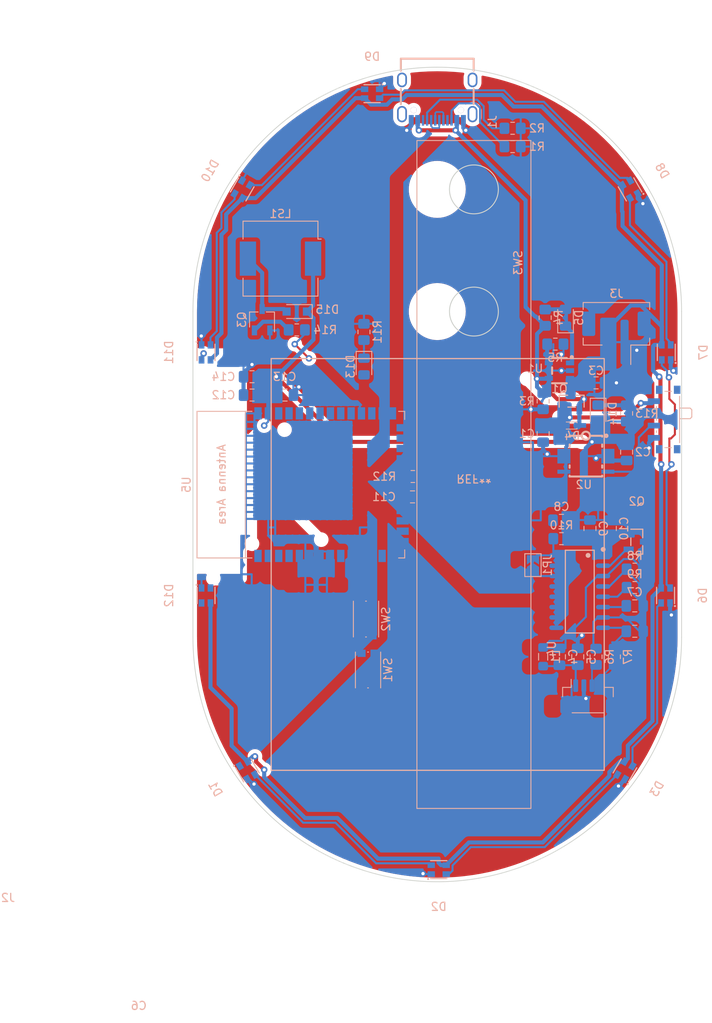
<source format=kicad_pcb>
(kicad_pcb (version 20211014) (generator pcbnew)
  (layers (0 "F.Cu" signal) (31 "B.Cu" signal) (34 "B.Paste" user) (35 "F.Paste" user) (36 "B.SilkS" user "B.Silkscreen") (37 "F.SilkS" user "F.Silkscreen") (38 "B.Mask" user) (39 "F.Mask" user) (44 "Edge.Cuts" user))
  (net 0 "")
  (net 1 "+BATT")
  (net 2 "VBUS")
  (net 3 "Net-(D2-Pad2)")
  (net 4 "Net-(D5-Pad2)")
  (net 5 "GND")
  (net 6 "+3V3")
  (net 7 "VCC")
  (net 8 "Net-(D1-Pad1)")
  (net 9 "Net-(D3-Pad2)")
  (net 10 "Net-(D6-Pad2)")
  (net 11 "Net-(D7-Pad2)")
  (net 12 "Net-(D8-Pad2)")
  (net 13 "Net-(D10-Pad4)")
  (net 16 "D-")
  (net 17 "D+")
  (net 18 "/CC1")
  (net 19 "/CC2")
  (net 20 "Net-(R5-Pad1)")
  (net 21 "/ADD")
  (net 22 "Net-(C6-Pad1)")
  (net 23 "Net-(C6-Pad2)")
  (net 24 "Net-(C7-Pad1)")
  (net 25 "Net-(C7-Pad2)")
  (net 26 "Net-(D5-Pad1)")
  (net 27 "Net-(D10-Pad2)")
  (net 28 "Net-(D11-Pad2)")
  (net 30 "/A-")
  (net 31 "/A+")
  (net 32 "Net-(JP1-Pad2)")
  (net 33 "Net-(L1-Pad2)")
  (net 34 "Net-(Q2-Pad1)")
  (net 35 "Net-(R8-Pad2)")
  (net 38 "SCALE_DATA")
  (net 39 "SCALE_SCK")
  (net 42 "RESET")
  (net 43 "NEOPIXELS")
  (net 44 "Net-(D13-Pad1)")
  (net 45 "BOOT")
  (net 46 "Net-(D14-Pad1)")
  (net 47 "BLUE")
  (net 48 "Net-(D15-Pad2)")
  (net 49 "Net-(Q3-Pad2)")
  (net 50 "BUZZER")
  (net 51 "LDO_EN")
  (footprint "easyeda2kicad:LED-SMD_4P-L2.0-W2.0-TL_WS2812B-2020" (layer "B.Cu") (at 141.605 109.855 -90)
    (fp_text reference "D12")
    (fp_text value "WS2812B-2020")
  )
  (footprint "Capacitor_SMD:C_0805_2012Metric_Pad1.18x1.45mm_HandSolder" (layer "B.Cu") (at 194.25 114.25 180)
    (fp_text reference "C6")
    (fp_text value "0.1uF")
  )
  (footprint "Resistor_SMD:R_0805_2012Metric_Pad1.20x1.40mm_HandSolder" (layer "B.Cu") (at 161 77.5 90)
    (fp_text reference "R11")
    (fp_text value "5.1K")
  )
  (footprint "Capacitor_SMD:C_0805_2012Metric_Pad1.18x1.45mm_HandSolder" (layer "B.Cu") (at 166.9625 97.75 180)
    (fp_text reference "C11")
    (fp_text value "1uF")
  )
  (footprint "easyeda2kicad:SOT-23-5_L3.0-W1.7-P0.95-LS2.8-BR" (layer "B.Cu") (at 184.999998 82.25)
    (fp_text reference "U1")
    (fp_text value "TP4065")
  )
  (footprint "Capacitor_SMD:C_0805_2012Metric_Pad1.18x1.45mm_HandSolder" (layer "B.Cu") (at 194.250001 111.129999 180)
    (fp_text reference "C7")
    (fp_text value "0.1uF")
  )
  (footprint "LED_SMD:LED_0805_2012Metric_Pad1.15x1.40mm_HandSolder" (layer "B.Cu") (at 161 81.75 -90)
    (fp_text reference "D13")
    (fp_text value "Blue")
  )
  (footprint "Resistor_SMD:R_0805_2012Metric_Pad1.20x1.40mm_HandSolder" (layer "B.Cu") (at 184.5 79)
    (fp_text reference "R5")
    (fp_text value "2K")
  )
  (footprint "Capacitor_SMD:C_0805_2012Metric_Pad1.18x1.45mm_HandSolder" (layer "B.Cu") (at 193.249999 92.249999 -90)
    (fp_text reference "C2")
    (fp_text value "10uF")
  )
  (footprint "Package_TO_SOT_SMD:TSOT-23" (layer "B.Cu") (at 148.5 76 90)
    (fp_text reference "Q3")
    (fp_text value "S8050")
  )
  (footprint "easyeda2kicad:SOD-523F_L1.2-W0.8-LS1.7-RD" (layer "B.Cu") (at 186.499999 88.999999)
    (fp_text reference "D4")
    (fp_text value "MSK4005")
  )
  (footprint "Button_Switch_SMD:SW_Push_1P1T_NO_CK_KMR2" (layer "B.Cu") (at 161.25 112.75 90)
    (fp_text reference "SW2")
    (fp_text value "SW_Push")
  )
  (footprint "Resistor_SMD:R_0805_2012Metric_Pad1.20x1.40mm_HandSolder" (layer "B.Cu") (at 179.25 52.5)
    (fp_text reference "R2")
    (fp_text value "5.1K")
  )
  (footprint "Capacitor_SMD:C_0805_2012Metric_Pad1.18x1.45mm_HandSolder" (layer "B.Cu") (at 185.250001 100.63 180)
    (fp_text reference "C8")
    (fp_text value "0.1uF")
  )
  (footprint "Resistor_SMD:R_0805_2012Metric_Pad1.20x1.40mm_HandSolder" (layer "B.Cu") (at 189.5 117.379999 90)
    (fp_text reference "R6")
    (fp_text value "100")
  )
  (footprint "Resistor_SMD:R_0805_2012Metric_Pad1.20x1.40mm_HandSolder" (layer "B.Cu") (at 191.75 117.379999 90)
    (fp_text reference "R7")
    (fp_text value "100")
  )
  (footprint "easyeda2kicad:LED-SMD_4P-L2.0-W2.0-TL_WS2812B-2020" (layer "B.Cu") (at 193.04 131.321762 60)
    (fp_text reference "D3")
    (fp_text value "WS2812B-2020")
  )
  (footprint "Capacitor_SMD:C_0805_2012Metric_Pad1.18x1.45mm_HandSolder" (layer "B.Cu") (at 182.999998 90 -90)
    (fp_text reference "C1")
    (fp_text value "10uF")
  )
  (footprint "Button_Switch_SMD:SW_Push_1P1T_NO_CK_KMR2" (layer "B.Cu") (at 161.5 119 90)
    (fp_text reference "SW1")
    (fp_text value "SW_Push")
  )
  (footprint "easyeda2kicad:LED-SMD_4P-L2.0-W2.0-TL_WS2812B-2020" (layer "B.Cu") (at 193.675 60 120)
    (fp_text reference "D8")
    (fp_text value "WS2812B-2020")
  )
  (footprint "Resistor_SMD:R_0805_2012Metric_Pad1.20x1.40mm_HandSolder" (layer "B.Cu") (at 183 86 90)
    (fp_text reference "R3")
    (fp_text value "100k")
  )
  (footprint "Connector_JST:JST_PH_B2B-PH-SM4-TB_1x02-1MP_P2.00mm_Vertical" (layer "B.Cu") (at 192 78.25 180)
    (fp_text reference "J3")
    (fp_text value "Conn_01x02_Female")
  )
  (footprint "easyeda2kicad:HSOP-6_L5.0-W3.9-P1.91-LS6.0-BL" (layer "B.Cu") (at 188.25 92.75 -90)
    (fp_text reference "U2")
    (fp_text value "S-1172B33-E6T1U")
  )
  (footprint "LoadCell:LoadCell" (layer "B.Cu") (at 174.5 95)
    (fp_text reference "REF**")
    (fp_text value "LoadCell")
    (fp_circle (center 0 -35) (end 3 -35) (layer "Edge.Cuts") (width 0.12) (fill none))
    (fp_circle (center 0 -20) (end 3 -20) (layer "Edge.Cuts") (width 0.12) (fill none))
  )
  (footprint "Resistor_SMD:R_0805_2012Metric_Pad1.20x1.40mm_HandSolder" (layer "B.Cu") (at 179.25 54.75)
    (fp_text reference "R1")
    (fp_text value "5.1K")
  )
  (footprint "Resistor_SMD:R_0805_2012Metric_Pad1.20x1.40mm_HandSolder" (layer "B.Cu") (at 167 95.25)
    (fp_text reference "R12")
    (fp_text value "5.1K")
  )
  (footprint "Resistor_SMD:R_0805_2012Metric_Pad1.20x1.40mm_HandSolder" (layer "B.Cu") (at 183.25 75.75 90)
    (fp_text reference "R4")
    (fp_text value "5.1K")
  )
  (footprint "easyeda2kicad:LED-SMD_4P-L2.0-W2.0-TL_WS2812B-2020" (layer "B.Cu") (at 170.18 143.51)
    (fp_text reference "D2")
    (fp_text value "WS2812B-2020")
  )
  (footprint "Capacitor_SMD:C_0805_2012Metric_Pad1.18x1.45mm_HandSolder" (layer "B.Cu") (at 147.25 85.25 180)
    (fp_text reference "C12")
    (fp_text value "10uF")
  )
  (footprint "Jumper:SolderJumper-2_P1.3mm_Open_TrianglePad1.0x1.5mm" (layer "B.Cu") (at 181.750001 106.13 90)
    (fp_text reference "JP1")
    (fp_text value "Default: Open")
  )
  (footprint "LED_SMD:LED_0805_2012Metric_Pad1.15x1.40mm_HandSolder" (layer "B.Cu") (at 189.750001 87.499999 -90)
    (fp_text reference "D14")
    (fp_text value "Red")
  )
  (footprint "easyeda2kicad:SOT-23-3_L2.9-W1.3-P1.90-LS2.4-BR" (layer "B.Cu") (at 186.499998 86 -90)
    (fp_text reference "Q1")
    (fp_text value "AO3415_C181094")
  )
  (footprint "easyeda2kicad:LED-SMD_4P-L2.0-W2.0-TL_WS2812B-2020" (layer "B.Cu") (at 146.05 60 -120)
    (fp_text reference "D10")
    (fp_text value "WS2812B-2020")
  )
  (footprint "Capacitor_SMD:C_0805_2012Metric_Pad1.18x1.45mm_HandSolder" (layer "B.Cu") (at 151.306666 85.25)
    (fp_text reference "C13")
    (fp_text value "10uF")
  )
  (footprint "easyeda2kicad:LED-SMD_4P-L2.0-W2.0-TL_WS2812B-2020" (layer "B.Cu") (at 198.12 80.01 90)
    (fp_text reference "D7")
    (fp_text value "WS2812B-2020")
  )
  (footprint "Resistor_SMD:R_0805_2012Metric_Pad1.20x1.40mm_HandSolder" (layer "B.Cu") (at 194.25 108.88 180)
    (fp_text reference "R9")
    (fp_text value "8.2K")
  )
  (footprint "Capacitor_SMD:C_0805_2012Metric_Pad1.18x1.45mm_HandSolder" (layer "B.Cu") (at 189.499998 83.75)
    (fp_text reference "C3")
    (fp_text value "10uF")
  )
  (footprint "Resistor_SMD:R_0805_2012Metric_Pad1.20x1.40mm_HandSolder" (layer "B.Cu") (at 194.25 106.63 180)
    (fp_text reference "R8")
    (fp_text value "20K")
  )
  (footprint "Capacitor_SMD:C_0805_2012Metric_Pad1.18x1.45mm_HandSolder" (layer "B.Cu") (at 188.750002 101.629999 90)
    (fp_text reference "C9")
    (fp_text value "0.1uF")
  )
  (footprint "Espressif:ESP32-S3-WROOM-1" (layer "B.Cu") (at 156.25 96.25 -90)
    (fp_text reference "U5")
    (fp_text value "ESP32-S3-WROOM-1")
  )
  (footprint "easyeda2kicad:LED-SMD_4P-L2.0-W2.0-TL_WS2812B-2020" (layer "B.Cu") (at 198.035 109.855 90)
    (fp_text reference "D6")
    (fp_text value "WS2812B-2020")
  )
  (footprint "Buzzer_Beeper:Buzzer_CUI_CPT-9019S-SMT" (layer "B.Cu") (at 150.75 68.5 180)
    (fp_text reference "LS1")
    (fp_text value "MLT-8530")
  )
  (footprint "easyeda2kicad:LED-SMD_4P-L2.0-W2.0-TL_WS2812B-2020" (layer "B.Cu") (at 146.685 131.321762 -60)
    (fp_text reference "D1")
    (fp_text value "WS2812B-2020")
  )
  (footprint "easyeda2kicad:SOT-23-3_L2.9-W1.3-P1.90-LS2.4-BR" (layer "B.Cu") (at 194.5 103.25 180)
    (fp_text reference "Q2")
    (fp_text value "MMBT44032T")
  )
  (footprint "Inductor_SMD:L_0805_2012Metric_Pad1.05x1.20mm_HandSolder" (layer "B.Cu") (at 183 117.38 90)
    (fp_text reference "L1")
    (fp_text value "3.3uH")
  )
  (footprint "easyeda2kicad:SOP-16_L10.0-W3.9-P1.27-LS6.0-BL" (layer "B.Cu") (at 187.5 109.38 -90)
    (fp_text reference "U4")
    (fp_text value "HX711")
  )
  (footprint "Resistor_SMD:R_0805_2012Metric_Pad1.20x1.40mm_HandSolder" (layer "B.Cu") (at 193.25 87.5 -90)
    (fp_text reference "R13")
    (fp_text value "5.1K")
  )
  (footprint "easyeda2kicad:LED-SMD_4P-L2.0-W2.0-TL_WS2812B-2020" (layer "B.Cu") (at 162 48.25 180)
    (fp_text reference "D9")
    (fp_text value "WS2812B-2020")
  )
  (footprint "Resistor_SMD:R_0805_2012Metric_Pad1.20x1.40mm_HandSolder" (layer "B.Cu") (at 185.250002 102.88 180)
    (fp_text reference "R10")
    (fp_text value "10K")
  )
  (footprint "Capacitor_SMD:C_0805_2012Metric_Pad1.18x1.45mm_HandSolder" (layer "B.Cu") (at 191.250001 101.63 90)
    (fp_text reference "C10")
    (fp_text value "10uF")
  )
  (footprint "Capacitor_SMD:C_0805_2012Metric_Pad1.18x1.45mm_HandSolder" (layer "B.Cu") (at 147.25 83 180)
    (fp_text reference "C14")
    (fp_text value "1uF")
  )
  (footprint "Capacitor_SMD:C_0805_2012Metric_Pad1.18x1.45mm_HandSolder" (layer "B.Cu") (at 185.000002 117.380001 90)
    (fp_text reference "C4")
    (fp_text value "0.1uF")
  )
  (footprint "Capacitor_SMD:C_0805_2012Metric_Pad1.18x1.45mm_HandSolder" (layer "B.Cu") (at 187.250002 117.379999 90)
    (fp_text reference "C5")
    (fp_text value "10uF")
  )
  (footprint "Button_Switch_SMD:SW_SPDT_PCM12" (layer "B.Cu") (at 198.025 88.25 -90)
    (fp_text reference "SW3")
    (fp_text value "SW_SPDT")
  )
  (footprint "Connector_JST:JST_SH_BM04B-SRSS-TB_1x04-1MP_P1.00mm_Vertical" (layer "B.Cu") (at 188.5 122.25)
    (fp_text reference "J2")
    (fp_text value "Conn_01x04_Male")
  )
  (footprint "Resistor_SMD:R_0805_2012Metric_Pad1.20x1.40mm_HandSolder" (layer "B.Cu") (at 152.75 77.25 180)
    (fp_text reference "R14")
    (fp_text value "2K")
  )
  (footprint "LED_SMD:LED_0805_2012Metric_Pad1.15x1.40mm_HandSolder" (layer "B.Cu") (at 185.75 75.75 90)
    (fp_text reference "D5")
    (fp_text value "Orange")
  )
  (footprint "easyeda2kicad:USB-C_SMD-TYPE-C-31-M-12" (layer "B.Cu") (at 170 49.0425)
    (fp_text reference "J1")
    (fp_text value "USB_C_Receptacle_USB2.0  TYPE-C-31-M-12")
  )
  (footprint "easyeda2kicad:LED-SMD_4P-L2.0-W2.0-TL_WS2812B-2020" (layer "B.Cu") (at 141.605 80.01 -90)
    (fp_text reference "D11")
    (fp_text value "WS2812B-2020")
  )
  (footprint "Diode_SMD:D_SOD-323_HandSoldering" (layer "B.Cu") (at 152.75 75 180)
    (fp_text reference "D15")
    (fp_text value "1N4148")
  )
  (gr_rect (start 149.606 131.318) (end 190.5 80.772) (layer "B.SilkS") (width 0.15) (fill none))
  (gr_line (start 140 75) (end 140 115) (layer "Edge.Cuts") (width 0.1))
  (gr_line (start 200 75) (end 200 115) (layer "Edge.Cuts") (width 0.1))
  (gr_arc (start 200 115) (mid 170 145) (end 140 115) (layer "Edge.Cuts") (width 0.1))
  (gr_arc (start 140 75) (mid 170 45) (end 200 75) (layer "Edge.Cuts") (width 0.1))
  (segment (start 147.75 130.25) (end 147.75 129.75) (width 0.5) (layer "F.Cu") (net 1))
  (segment (start 197.405479 83.155479) (end 197.25 83) (width 0.5) (layer "F.Cu") (net 1))
  (segment (start 147.75 129.75) (end 147.612701 129.612701) (width 0.5) (layer "F.Cu") (net 1))
  (segment (start 148.75 131.25) (end 147.75 130.25) (width 0.5) (layer "F.Cu") (net 1))
  (segment (start 197.5 93.75) (end 197.405479 93.655479) (width 0.5) (layer "F.Cu") (net 1))
  (segment (start 197.405479 93.655479) (end 197.405479 83.155479) (width 0.5) (layer "F.Cu") (net 1))
  (via (at 197.25 83) (size 0.8) (drill 0.4) (layers "F.Cu" "B.Cu") (net 1))
  (via (at 148.75 131.25) (size 0.8) (drill 0.4) (layers "F.Cu" "B.Cu") (net 1))
  (via (at 147.612701 129.612701) (size 0.8) (drill 0.4) (layers "F.Cu" "B.Cu") (net 1))
  (via (at 197.5 93.75) (size 0.8) (drill 0.4) (layers "F.Cu" "B.Cu") (net 1))
  (segment (start 147.612701 129.612701) (end 147.338632 129.612701) (width 0.5) (layer "B.Cu") (net 1))
  (segment (start 179.36379 49.824519) (end 177.953211 48.41394) (width 0.5) (layer "B.Cu") (net 1))
  (segment (start 197.57 79.09) (end 197.57 69.32) (width 0.5) (layer "B.Cu") (net 1))
  (segment (start 144.07452 64.987974) (end 143.5 65.562494) (width 0.5) (layer "B.Cu") (net 1))
  (segment (start 144.75 128.298705) (end 144.75 123.75) (width 0.5) (layer "B.Cu") (net 1))
  (segment (start 192.681057 59.535886) (end 192.738686 59.478257) (width 0.5) (layer "B.Cu") (net 1))
  (segment (start 192.75 62.75) (end 192.681057 62.681057) (width 0.5) (layer "B.Cu") (net 1))
  (segment (start 177.953211 48.41394) (end 166.238522 48.41394) (width 0.5) (layer "B.Cu") (net 1))
  (segment (start 191.126057 131.542596) (end 191.126057 132.00864) (width 0.5) (layer "B.Cu") (net 1))
  (segment (start 170.159511 142.160489) (end 162.722983 142.160489) (width 0.5) (layer "B.Cu") (net 1))
  (segment (start 159.95 48.8) (end 161.08 48.8) (width 0.5) (layer "B.Cu") (net 1))
  (segment (start 148.75 132.159697) (end 148.75 131.25) (width 0.5) (layer "B.Cu") (net 1))
  (segment (start 191.126057 132.00864) (end 182.959217 140.17548) (width 0.5) (layer "B.Cu") (net 1))
  (segment (start 143.5 65.562494) (end 143.5 77.645) (width 0.5) (layer "B.Cu") (net 1))
  (segment (start 192.681057 62.681057) (end 192.681057 59.535886) (width 0.5) (layer "B.Cu") (net 1))
  (segment (start 143.5 77.645) (end 142.954511 78.190489) (width 0.5) (layer "B.Cu") (net 1))
  (segment (start 144.07452 63.063537) (end 144.07452 64.987974) (width 0.5) (layer "B.Cu") (net 1))
  (segment (start 193.76073 74.25) (end 196.25 74.25) (width 0.5) (layer "B.Cu") (net 1))
  (segment (start 191 78.75) (end 191 77.01073) (width 0.5) (layer "B.Cu") (net 1))
  (segment (start 196.5 82.25) (end 196.5 79.25) (width 0.5) (layer "B.Cu") (net 1))
  (segment (start 197.485 93.765) (end 197.5 93.75) (width 0.5) (layer "B.Cu") (net 1))
  (segment (start 197.57 76.82) (end 197.57 79.09) (width 0.5) (layer "B.Cu") (net 1))
  (segment (start 146.701314 130.250019) (end 144.75 128.298705) (width 0.5) (layer "B.Cu") (net 1))
  (segment (start 192.502894 59.478257) (end 182.849157 49.82452) (width 0.5) (layer "B.Cu") (net 1))
  (segment (start 193.401794 128.285712) (end 196.42548 125.262026) (width 0.5) (layer "B.Cu") (net 1))
  (segment (start 165.70343 48.949031) (end 164.469991 48.949031) (width 0.5) (layer "B.Cu") (net 1))
  (segment (start 144.75 123.75) (end 142.155 121.155) (width 0.5) (layer "B.Cu") (net 1))
  (segment (start 195 74.25) (end 197.57 76.82) (width 0.5) (layer "B.Cu") (net 1))
  (segment (start 193.023686 130.250019) (end 193.401794 129.871911) (width 0.5) (layer "B.Cu") (net 1))
  (segment (start 196.42548 125.262026) (end 196.42548 109.99452) (width 0.5) (layer "B.Cu") (net 1))
  (segment (start 147.338632 129.612701) (end 146.701314 130.250019) (width 0.5) (layer "B.Cu") (net 1))
  (segment (start 142.155 121.155) (end 142.155 110.775) (width 0.5) (layer "B.Cu") (net 1))
  (segment (start 193.023686 130.250019) (end 192.418634 130.250019) (width 0.5) (layer "B.Cu") (net 1))
  (segment (start 173.88452 140.17548) (end 171.1 142.96) (width 0.5) (layer "B.Cu") (net 1))
  (segment (start 192.738686 59.478257) (end 192.502894 59.478257) (width 0.5) (layer "B.Cu") (net 1))
  (segment (start 147.678257 61.071743) (end 159.95 48.8) (width 0.5) (layer "B.Cu") (net 1))
  (segment (start 142.954511 78.190489) (end 142.954511 80.130489) (width 0.5) (layer "B.Cu") (net 1))
  (segment (start 196.5 79.25) (end 196.66 79.09) (width 0.5) (layer "B.Cu") (net 1))
  (segment (start 142.954511 80.130489) (end 142.155 80.93) (width 0.5) (layer "B.Cu") (net 1))
  (segment (start 157.737974 137.17548) (end 153.765783 137.17548) (width 0.5) (layer "B.Cu") (net 1))
  (segment (start 146.066314 61.071743) (end 147.678257 61.071743) (width 0.5) (layer "B.Cu") (net 1))
  (segment (start 192.418634 130.250019) (end 191.126057 131.542596) (width 0.5) (layer "B.Cu") (net 1))
  (segment (start 170.159511 142.659511) (end 170.159511 142.160489) (width 0.5) (layer "B.Cu") (net 1))
  (segment (start 163.819511 49.599511) (end 161.879511 49.599511) (width 0.5) (layer "B.Cu") (net 1))
  (segment (start 197.57 69.32) (end 192.75 64.5) (width 0.5) (layer "B.Cu") (net 1))
  (segment (start 182.959217 140.17548) (end 173.88452 140.17548) (width 0.5) (layer "B.Cu") (net 1))
  (segment (start 162.722983 142.160489) (end 157.737974 137.17548) (width 0.5) (layer "B.Cu") (net 1))
  (segment (start 191 77.01073) (end 193.76073 74.25) (width 0.5) (layer "B.Cu") (net 1))
  (segment (start 161.879511 49.599511) (end 161.08 48.8) (width 0.5) (layer "B.Cu") (net 1))
  (segment (start 192.75 64.5) (end 192.75 62.75) (width 0.5) (layer "B.Cu") (net 1))
  (segment (start 170.46 142.96) (end 170.159511 142.659511) (width 0.5) (layer "B.Cu") (net 1))
  (segment (start 182.849157 49.82452) (end 179.36379 49.824519) (width 0.5) (layer "B.Cu") (net 1))
  (segment (start 197.25 83) (end 196.5 82.25) (width 0.5) (layer "B.Cu") (net 1))
  (segment (start 171.1 142.96) (end 170.46 142.96) (width 0.5) (layer "B.Cu") (net 1))
  (segment (start 196.42548 109.99452) (end 197.485 108.935) (width 0.5) (layer "B.Cu") (net 1))
  (segment (start 146.066314 61.071743) (end 144.07452 63.063537) (width 0.5) (layer "B.Cu") (net 1))
  (segment (start 166.238522 48.41394) (end 165.70343 48.949031) (width 0.5) (layer "B.Cu") (net 1))
  (segment (start 193.401794 129.871911) (end 193.401794 128.285712) (width 0.5) (layer "B.Cu") (net 1))
  (segment (start 196.66 79.09) (end 197.57 79.09) (width 0.5) (layer "B.Cu") (net 1))
  (segment (start 164.469991 48.949031) (end 163.819511 49.599511) (width 0.5) (layer "B.Cu") (net 1))
  (segment (start 197.485 108.935) (end 197.485 93.765) (width 0.5) (layer "B.Cu") (net 1))
  (segment (start 153.765783 137.17548) (end 148.75 132.159697) (width 0.5) (layer "B.Cu") (net 1))
  (segment (start 188 85.75) (end 184.75 85.75) (width 0.5) (layer "F.Cu") (net 2))
  (segment (start 184.75 85.75) (end 182.25 83.25) (width 0.5) (layer "F.Cu") (net 2))
  (segment (start 167.75 52.75) (end 172.25 52.75) (width 0.5) (layer "F.Cu") (net 2))
  (via (at 172.25 52.75) (size 0.8) (drill 0.4) (layers "F.Cu" "B.Cu") (net 2))
  (via (at 182.25 83.25) (size 0.8) (drill 0.4) (layers "F.Cu" "B.Cu") (net 2))
  (via (at 188 85.75) (size 0.8) (drill 0.4) (layers "F.Cu" "B.Cu") (net 2))
  (via (at 167.75 52.75) (size 0.8) (drill 0.4) (layers "F.Cu" "B.Cu") (net 2))
  (segment (start 183.25 76.75) (end 182.25 77.75) (width 0.5) (layer "B.Cu") (net 2))
  (segment (start 187.449998 86.300002) (end 188 85.75) (width 0.5) (layer "B.Cu") (net 2))
  (segment (start 180.85048 74.45096) (end 182 75.60048) (width 0.5) (layer "B.Cu") (net 2))
  (segment (start 187.449998 87) (end 187.449998 88.75) (width 0.5) (layer "B.Cu") (net 2))
  (segment (start 187.449998 87) (end 187.449998 86.300002) (width 0.5) (layer "B.Cu") (net 2))
  (segment (start 182.25 83.25) (end 182.25 84.25) (width 0.5) (layer "B.Cu") (net 2))
  (segment (start 182.25 84.25) (end 183 85) (width 0.5) (layer "B.Cu") (net 2))
  (segment (start 183.649998 83.25) (end 183.699998 83.2) (width 0.5) (layer "B.Cu") (net 2))
  (segment (start 180.85048 61.35048) (end 180.85048 74.45096) (width 0.5) (layer "B.Cu") (net 2))
  (segment (start 182.25 83.25) (end 183.649998 83.25) (width 0.5) (layer "B.Cu") (net 2))
  (segment (start 172.4 52.6) (end 172.25 52.75) (width 0.5) (layer "B.Cu") (net 2))
  (segment (start 182.10048 75.60048) (end 183.25 76.75) (width 0.5) (layer "B.Cu") (net 2))
  (segment (start 167.6 52.6) (end 167.6 51.5225) (width 0.5) (layer "B.Cu") (net 2))
  (segment (start 172.4 51.5225) (end 172.4 52.6) (width 0.5) (layer "B.Cu") (net 2))
  (segment (start 187.449998 88.75) (end 187.209999 88.989999) (width 0.5) (layer "B.Cu") (net 2))
  (segment (start 167.75 52.75) (end 167.6 52.6) (width 0.5) (layer "B.Cu") (net 2))
  (segment (start 182.25 77.75) (end 182.25 83.25) (width 0.5) (layer "B.Cu") (net 2))
  (segment (start 172.25 52.75) (end 180.85048 61.35048) (width 0.5) (layer "B.Cu") (net 2))
  (segment (start 174.122494 140.75) (end 171.874511 142.997983) (width 0.25) (layer "B.Cu") (net 3))
  (segment (start 171.874511 142.997983) (end 171.874511 143.634511) (width 0.25) (layer "B.Cu") (net 3))
  (segment (start 183.197191 140.75) (end 174.122494 140.75) (width 0.25) (layer "B.Cu") (net 3))
  (segment (start 171.874511 143.634511) (end 171.449022 144.06) (width 0.25) (layer "B.Cu") (net 3))
  (segment (start 192.103686 131.843505) (end 183.197191 140.75) (width 0.25) (layer "B.Cu") (net 3))
  (segment (start 171.449022 144.06) (end 171.1 144.06) (width 0.25) (layer "B.Cu") (net 3))
  (segment (start 183.275 74.725) (end 183.25 74.75) (width 0.5) (layer "B.Cu") (net 4))
  (segment (start 185.75 74.725) (end 183.275 74.725) (width 0.5) (layer "B.Cu") (net 4))
  (via (at 163.5 47) (size 0.8) (drill 0.4) (layers "F.Cu" "B.Cu") (net 5))
  (via (at 196 91.75) (size 0.8) (drill 0.4) (layers "F.Cu" "B.Cu") (net 5))
  (via (at 189.5 93) (size 0.8) (drill 0.4) (layers "F.Cu" "B.Cu") (net 5))
  (via (at 173.5 52.75) (size 0.8) (drill 0.4) (layers "F.Cu" "B.Cu") (net 5))
  (via (at 195.25 61.75) (size 0.8) (drill 0.4) (layers "F.Cu" "B.Cu") (net 5))
  (via (at 147.25 81.5) (size 0.8) (drill 0.4) (layers "F.Cu" "B.Cu") (net 5))
  (via (at 183.5 92.5) (size 0.8) (drill 0.4) (layers "F.Cu" "B.Cu") (net 5))
  (via (at 187.75 114.75) (size 0.8) (drill 0.4) (layers "F.Cu" "B.Cu") (net 5))
  (via (at 141.0255 78) (size 0.8) (drill 0.4) (layers "F.Cu" "B.Cu") (net 5))
  (via (at 199 82.25) (size 0.8) (drill 0.4) (layers "F.Cu" "B.Cu") (net 5))
  (via (at 192.25 133.25) (size 0.8) (drill 0.4) (layers "F.Cu" "B.Cu") (net 5))
  (via (at 181.5 87) (size 0.8) (drill 0.4) (layers "F.Cu" "B.Cu") (net 5))
  (via (at 198.75 112.25) (size 0.8) (drill 0.4) (layers "F.Cu" "B.Cu") (net 5))
  (via (at 185.25 82.25) (size 0.8) (drill 0.4) (layers "F.Cu" "B.Cu") (net 5))
  (via (at 153 84.25) (size 0.8) (drill 0.4) (layers "F.Cu" "B.Cu") (net 5))
  (via (at 194.5 79.75) (size 0.8) (drill 0.4) (layers "F.Cu" "B.Cu") (net 5))
  (via (at 168.25 144) (size 0.8) (drill 0.4) (layers "F.Cu" "B.Cu") (net 5))
  (via (at 147.499553 133.006125) (size 0.8) (drill 0.4) (layers "F.Cu" "B.Cu") (net 5))
  (via (at 185.25 80.25) (size 0.8) (drill 0.4) (layers "F.Cu" "B.Cu") (net 5))
  (via (at 192 83.75) (size 0.8) (drill 0.4) (layers "F.Cu" "B.Cu") (net 5))
  (via (at 188.25 122.5) (size 0.8) (drill 0.4) (layers "F.Cu" "B.Cu") (net 5))
  (via (at 166.25 52.75) (size 0.8) (drill 0.4) (layers "F.Cu" "B.Cu") (net 5))
  (segment (start 198.67 81.92) (end 199 82.25) (width 0.5) (layer "B.Cu") (net 5))
  (segment (start 146.886933 132.393505) (end 147.499553 133.006125) (width 0.25) (layer "B.Cu") (net 5))
  (segment (start 182.999998 91.999998) (end 183.5 92.5) (width 0.5) (layer "B.Cu") (net 5))
  (segment (start 187.250002 116.342499) (end 187.250002 115.249998) (width 0.5) (layer "B.Cu") (net 5))
  (segment (start 166.8 51.5225) (end 166.8 52.2) (width 0.5) (layer "B.Cu") (net 5))
  (segment (start 198.585 110.775) (end 198.585 112.085) (width 0.5) (layer "B.Cu") (net 5))
  (segment (start 186.299998 82.25) (end 185.25 82.25) (width 0.25) (layer "B.Cu") (net 5))
  (segment (start 188 120.925) (end 188 122.25) (width 0.5) (layer "B.Cu") (net 5))
  (segment (start 193.056314 132.443686) (end 192.25 133.25) (width 0.5) (layer "B.Cu") (net 5))
  (segment (start 162.92 47.7) (end 162.92 47.58) (width 0.5) (layer "B.Cu") (net 5))
  (segment (start 193 78.75) (end 193.5 78.75) (width 0.5) (layer "B.Cu") (net 5))
  (segment (start 193.5 78.75) (end 194.5 79.75) (width 0.5) (layer "B.Cu") (net 5))
  (segment (start 173.2 51.5225) (end 173.2 52.45) (width 0.5) (layer "B.Cu") (net 5))
  (segment (start 185.5 80) (end 185.25 80.25) (width 0.25) (layer "B.Cu") (net 5))
  (segment (start 196 91.095) (end 196 91.75) (width 0.5) (layer "B.Cu") (net 5))
  (segment (start 188 122.25) (end 188.25 122.5) (width 0.5) (layer "B.Cu") (net 5))
  (segment (start 196.595 90.5) (end 196 91.095) (width 0.5) (layer "B.Cu") (net 5))
  (segment (start 185.5 79) (end 185.5 80) (width 0.25) (layer "B.Cu") (net 5))
  (segment (start 166.8 52.2) (end 166.25 52.75) (width 0.5) (layer "B.Cu") (net 5))
  (segment (start 146.2125 83) (end 146.2125 82.5375) (width 0.5) (layer "B.Cu") (net 5))
  (segment (start 141.055 79.09) (end 141.055 78.0295) (width 0.25) (layer "B.Cu") (net 5))
  (segment (start 187.250002 115.249998) (end 187.75 114.75) (width 0.5) (layer "B.Cu") (net 5))
  (segment (start 146.668686 132.393505) (end 146.886933 132.393505) (width 0.25) (layer "B.Cu") (net 5))
  (segment (start 193.249999 93.287499) (end 191.487499 93.287499) (width 0.5) (layer "B.Cu") (net 5))
  (segment (start 189.5 93) (end 189.75 92.75) (width 0.5) (layer "B.Cu") (net 5))
  (segment (start 191.487499 93.287499) (end 190.95 92.75) (width 0.5) (layer "B.Cu") (net 5))
  (segment (start 162.92 47.58) (end 163.5 47) (width 0.5) (layer "B.Cu") (net 5))
  (segment (start 198.585 112.085) (end 198.75 112.25) (width 0.5) (layer "B.Cu") (net 5))
  (segment (start 152.344166 85.25) (end 152.344166 84.905834) (width 0.5) (layer "B.Cu") (net 5))
  (segment (start 173.2 52.45) (end 173.5 52.75) (width 0.5) (layer "B.Cu") (net 5))
  (segment (start 182.999998 91.0375) (end 182.999998 91.999998) (width 0.5) (layer "B.Cu") (net 5))
  (segment (start 190.537498 83.75) (end 192 83.75) (width 0.5) (layer "B.Cu") (net 5))
  (segment (start 198.67 80.93) (end 198.67 81.92) (width 0.5) (layer "B.Cu") (net 5))
  (segment (start 146.2125 85.25) (end 146.2125 83) (width 0.5) (layer "B.Cu") (net 5))
  (segment (start 189.75 92.75) (end 190.95 92.75) (width 0.5) (layer "B.Cu") (net 5))
  (segment (start 168.31 144.06) (end 168.25 144) (width 0.25) (layer "B.Cu") (net 5))
  (segment (start 146.2125 82.5375) (end 147.25 81.5) (width 0.5) (layer "B.Cu") (net 5))
  (segment (start 194.611314 61.111314) (end 195.25 61.75) (width 0.5) (layer "B.Cu") (net 5))
  (segment (start 194.611314 60.521743) (end 194.611314 61.111314) (width 0.5) (layer "B.Cu") (net 5))
  (segment (start 193.056314 132.393505) (end 193.056314 132.443686) (width 0.5) (layer "B.Cu") (net 5))
  (segment (start 141.055 78.0295) (end 141.0255 78) (width 0.25) (layer "B.Cu") (net 5))
  (segment (start 183 87) (end 181.5 87) (width 0.5) (layer "B.Cu") (net 5))
  (segment (start 152.344166 84.905834) (end 153 84.25) (width 0.5) (layer "B.Cu") (net 5))
  (segment (start 169.26 144.06) (end 168.31 144.06) (width 0.25) (layer "B.Cu") (net 5))
  (segment (start 189 91) (end 158.25 91) (width 0.5) (layer "F.Cu") (net 6))
  (segment (start 158.25 91) (end 150.25 83) (width 0.5) (layer "F.Cu") (net 6))
  (via (at 150.25 83) (size 0.8) (drill 0.4) (layers "F.Cu" "B.Cu") (net 6))
  (via (at 148.75 89) (size 0.8) (drill 0.4) (layers "F.Cu" "B.Cu") (net 6))
  (via (at 189 91) (size 0.8) (drill 0.4) (layers "F.Cu" "B.Cu") (net 6))
  (segment (start 154.79952 75.79952) (end 154.79952 78.45048) (width 0.5) (layer "B.Cu") (net 6))
  (segment (start 149.25 87.5) (end 149.25 88.5) (width 0.25) (layer "B.Cu") (net 6))
  (segment (start 189.750001 88.524999) (end 189.750001 90.249999) (width 0.5) (layer "B.Cu") (net 6))
  (segment (start 154.75 74.25) (end 154 75) (width 0.5) (layer "B.Cu") (net 6))
  (segment (start 154.79952 78.45048) (end 150.25 83) (width 0.5) (layer "B.Cu") (net 6))
  (segment (start 189.750001 90.249999) (end 189 91) (width 0.5) (layer "B.Cu") (net 6))
  (segment (start 154 75) (end 154.79952 75.79952) (width 0.5) (layer "B.Cu") (net 6))
  (segment (start 189 91) (end 188.25 91.75) (width 0.5) (layer "B.Cu") (net 6))
  (segment (start 188.25 98.667501) (end 186.287501 100.63) (width 0.5) (layer "B.Cu") (net 6))
  (segment (start 188.25 91.75) (end 188.25 98.667501) (width 0.5) (layer "B.Cu") (net 6))
  (segment (start 149.25 88.5) (end 148.75 89) (width 0.25) (layer "B.Cu") (net 6))
  (segment (start 154.75 68.5) (end 154.75 74.25) (width 0.5) (layer "B.Cu") (net 6))
  (segment (start 195 86.25) (end 193.25 88) (width 0.5) (layer "F.Cu") (net 7))
  (segment (start 193.25 88) (end 186.25 88) (width 0.5) (layer "F.Cu") (net 7))
  (via (at 186.25 88) (size 0.8) (drill 0.4) (layers "F.Cu" "B.Cu") (net 7))
  (via (at 195 86.25) (size 0.8) (drill 0.4) (layers "F.Cu" "B.Cu") (net 7))
  (segment (start 186.25 87.700002) (end 185.549998 87) (width 0.5) (layer "B.Cu") (net 7))
  (segment (start 196.345 86.25) (end 196.595 86) (width 0.5) (layer "B.Cu") (net 7))
  (segment (start 195 86.25) (end 196.345 86.25) (width 0.5) (layer "B.Cu") (net 7))
  (segment (start 186.25 88) (end 186.25 87.700002) (width 0.5) (layer "B.Cu") (net 7))
  (segment (start 157.5 137.75) (end 153.527809 137.75) (width 0.25) (layer "B.Cu") (net 8))
  (segment (start 169.035009 142.735009) (end 162.485009 142.735009) (width 0.25) (layer "B.Cu") (net 8))
  (segment (start 162.485009 142.735009) (end 157.5 137.75) (width 0.25) (layer "B.Cu") (net 8))
  (segment (start 153.527809 137.75) (end 147.621314 131.843505) (width 0.25) (layer "B.Cu") (net 8))
  (segment (start 169.26 142.96) (end 169.035009 142.735009) (width 0.25) (layer "B.Cu") (net 8))
  (segment (start 193.976314 128.523686) (end 193.976314 130.800019) (width 0.25) (layer "B.Cu") (net 9))
  (segment (start 197.485 110.775) (end 197 111.26) (width 0.25) (layer "B.Cu") (net 9))
  (segment (start 197 125.5) (end 193.976314 128.523686) (width 0.25) (layer "B.Cu") (net 9))
  (segment (start 197 111.26) (end 197 125.5) (width 0.25) (layer "B.Cu") (net 9))
  (segment (start 198.75 93.75) (end 198.5 93.5) (width 0.25) (layer "F.Cu") (net 10))
  (segment (start 198.5 83.136061) (end 198.445576 83.081637) (width 0.25) (layer "F.Cu") (net 10))
  (segment (start 198.5 90.574521) (end 198.696529 90.574521) (width 0.25) (layer "F.Cu") (net 10))
  (segment (start 198.696529 90.574521) (end 199.179521 90.091529) (width 0.25) (layer "F.Cu") (net 10))
  (segment (start 198.5 85.72895) (end 198.5 83.136061) (width 0.25) (layer "F.Cu") (net 10))
  (segment (start 199.179521 90.091529) (end 199.179521 86.408471) (width 0.25) (layer "F.Cu") (net 10))
  (segment (start 198.5 93.5) (end 198.5 90.574521) (width 0.25) (layer "F.Cu") (net 10))
  (segment (start 199.179521 86.408471) (end 198.5 85.72895) (width 0.25) (layer "F.Cu") (net 10))
  (via (at 198.75 93.75) (size 0.8) (drill 0.4) (layers "F.Cu" "B.Cu") (net 10))
  (via (at 198.445576 83.081637) (size 0.8) (drill 0.4) (layers "F.Cu" "B.Cu") (net 10))
  (segment (start 198.218753 82.281247) (end 198.013471 82.075965) (width 0.25) (layer "B.Cu") (net 10))
  (segment (start 198.013471 82.075965) (end 198.013471 82.073471) (width 0.25) (layer "B.Cu") (net 10))
  (segment (start 198.159511 108.509511) (end 198.585 108.935) (width 0.25) (layer "B.Cu") (net 10))
  (segment (start 197.57 81.63) (end 198.013471 82.073471) (width 0.25) (layer "B.Cu") (net 10))
  (segment (start 198.159511 94.590489) (end 198.159511 108.509511) (width 0.25) (layer "B.Cu") (net 10))
  (segment (start 198.75 94) (end 198.159511 94.590489) (width 0.25) (layer "B.Cu") (net 10))
  (segment (start 197.57 80.93) (end 197.57 81.63) (width 0.25) (layer "B.Cu") (net 10))
  (segment (start 198.75 93.75) (end 198.75 94) (width 0.25) (layer "B.Cu") (net 10))
  (segment (start 198.445576 83.081637) (end 198.218753 82.854814) (width 0.25) (layer "B.Cu") (net 10))
  (segment (start 198.218753 82.854814) (end 198.218753 82.281247) (width 0.25) (layer "B.Cu") (net 10))
  (segment (start 198.14452 78.315489) (end 198.67 78.840969) (width 0.25) (layer "B.Cu") (net 11))
  (segment (start 193.658686 61.071743) (end 193.658686 64.408686) (width 0.25) (layer "B.Cu") (net 11))
  (segment (start 198.14452 68.89452) (end 198.14452 78.315489) (width 0.25) (layer "B.Cu") (net 11))
  (segment (start 198.67 78.840969) (end 198.67 79.09) (width 0.25) (layer "B.Cu") (net 11))
  (segment (start 193.658686 64.408686) (end 198.14452 68.89452) (width 0.25) (layer "B.Cu") (net 11))
  (segment (start 183.087132 49.250001) (end 192.426157 58.589026) (width 0.25) (layer "B.Cu") (net 12))
  (segment (start 166.000549 47.83942) (end 166.476497 47.839421) (width 0.25) (layer "B.Cu") (net 12))
  (segment (start 178.191186 47.839421) (end 179.601764 49.249999) (width 0.25) (layer "B.Cu") (net 12))
  (segment (start 193.352083 58.589026) (end 193.691314 58.928257) (width 0.25) (layer "B.Cu") (net 12))
  (segment (start 166.476497 47.839421) (end 178.191186 47.839421) (width 0.25) (layer "B.Cu") (net 12))
  (segment (start 179.601764 49.249999) (end 183.087132 49.250001) (width 0.25) (layer "B.Cu") (net 12))
  (segment (start 162.92 48.8) (end 163.345489 48.374511) (width 0.25) (layer "B.Cu") (net 12))
  (segment (start 192.426157 58.589026) (end 193.352083 58.589026) (width 0.25) (layer "B.Cu") (net 12))
  (segment (start 165.465457 48.374511) (end 166.000549 47.83942) (width 0.25) (layer "B.Cu") (net 12))
  (segment (start 163.345489 48.374511) (end 165.465457 48.374511) (width 0.25) (layer "B.Cu") (net 12))
  (segment (start 146.986314 59.478257) (end 148.459249 59.478257) (width 0.25) (layer "B.Cu") (net 13))
  (segment (start 148.459249 59.478257) (end 160.237506 47.7) (width 0.25) (layer "B.Cu") (net 13))
  (segment (start 160.237506 47.7) (end 161.08 47.7) (width 0.25) (layer "B.Cu") (net 13))
  (segment (start 169.472011 52.472011) (end 169.25 52.25) (width 0.2) (layer "B.Cu") (net 16))
  (segment (start 170.199511 52.472011) (end 169.472011 52.472011) (width 0.2) (layer "B.Cu") (net 16))
  (segment (start 170.25 51.5225) (end 170.25 52.421522) (width 0.2) (layer "B.Cu") (net 16))
  (segment (start 170.25 52.421522) (end 170.199511 52.472011) (width 0.2) (layer "B.Cu") (net 16))
  (segment (start 169.25 52.25) (end 169.25 51.5225) (width 0.2) (layer "B.Cu") (net 16))
  (segment (start 169.75 51.5225) (end 169.75 50.623478) (width 0.2) (layer "B.Cu") (net 17))
  (segment (start 169.873478 50.5) (end 170.626522 50.5) (width 0.2) (layer "B.Cu") (net 17))
  (segment (start 169.75 50.623478) (end 169.873478 50.5) (width 0.2) (layer "B.Cu") (net 17))
  (segment (start 170.75 50.623478) (end 170.75 51.5225) (width 0.2) (layer "B.Cu") (net 17))
  (segment (start 170.626522 50.5) (end 170.75 50.623478) (width 0.2) (layer "B.Cu") (net 17))
  (segment (start 170.335018 48.98846) (end 174.899146 48.98846) (width 0.25) (layer "B.Cu") (net 18))
  (segment (start 175.70404 49.793355) (end 175.70404 51.45404) (width 0.25) (layer "B.Cu") (net 18))
  (segment (start 176.75 52.5) (end 178.25 52.5) (width 0.25) (layer "B.Cu") (net 18))
  (segment (start 168.75 51.5225) (end 168.75 50.573478) (width 0.25) (layer "B.Cu") (net 18))
  (segment (start 168.75 50.573478) (end 170.335018 48.98846) (width 0.25) (layer "B.Cu") (net 18))
  (segment (start 174.899146 48.98846) (end 175.70404 49.793355) (width 0.25) (layer "B.Cu") (net 18))
  (segment (start 175.70404 51.45404) (end 176.75 52.5) (width 0.25) (layer "B.Cu") (net 18))
  (segment (start 171.75 51.5225) (end 171.75 50.324232) (width 0.25) (layer "B.Cu") (net 19))
  (segment (start 174.712948 49.43798) (end 175.25452 49.979552) (width 0.25) (layer "B.Cu") (net 19))
  (segment (start 175.25452 49.979552) (end 175.25452 51.75452) (width 0.25) (layer "B.Cu") (net 19))
  (segment (start 175.25452 51.75452) (end 178.25 54.75) (width 0.25) (layer "B.Cu") (net 19))
  (segment (start 172.636252 49.43798) (end 174.712948 49.43798) (width 0.25) (layer "B.Cu") (net 19))
  (segment (start 178.25 54.112493) (end 178.25 54.75) (width 0.25) (layer "B.Cu") (net 19))
  (segment (start 171.75 50.324232) (end 172.636252 49.43798) (width 0.25) (layer "B.Cu") (net 19))
  (segment (start 183.5 79) (end 183.5 81.100002) (width 0.5) (layer "B.Cu") (net 20))
  (segment (start 183.5 81.100002) (end 183.699998 81.3) (width 0.5) (layer "B.Cu") (net 20))
  (segment (start 187 118.667501) (end 187 120.925) (width 0.25) (layer "B.Cu") (net 21))
  (segment (start 184.887501 118.53) (end 185.000001 118.4175) (width 0.25) (layer "B.Cu") (net 21))
  (segment (start 187.250001 118.4175) (end 185.000001 118.4175) (width 0.25) (layer "B.Cu") (net 21))
  (segment (start 187.250002 118.417499) (end 187 118.667501) (width 0.25) (layer "B.Cu") (net 21))
  (segment (start 183.000001 118.53) (end 184.887501 118.53) (width 0.25) (layer "B.Cu") (net 21))
  (segment (start 189.7 112.55) (end 190.37 112.55) (width 0.25) (layer "B.Cu") (net 22))
  (segment (start 193.137493 112.55) (end 190.37 112.55) (width 0.25) (layer "B.Cu") (net 22))
  (segment (start 189.17048 113.07952) (end 189.7 112.55) (width 0.25) (layer "B.Cu") (net 22))
  (segment (start 195.2875 114.25) (end 194.837493 114.25) (width 0.25) (layer "B.Cu") (net 22))
  (segment (start 194.837493 114.25) (end 193.137493 112.55) (width 0.25) (layer "B.Cu") (net 22))
  (segment (start 189.17048 116.050479) (end 189.17048 113.07952) (width 0.25) (layer "B.Cu") (net 22))
  (segment (start 189.5 116.379999) (end 189.17048 116.050479) (width 0.25) (layer "B.Cu") (net 22))
  (segment (start 191.75 115.7125) (end 191.75 116.379999) (width 0.25) (layer "B.Cu") (net 23))
  (segment (start 193.2125 114.25) (end 192.7825 113.82) (width 0.25) (layer "B.Cu") (net 23))
  (segment (start 193.2125 114.25) (end 191.75 115.7125) (width 0.25) (layer "B.Cu") (net 23))
  (segment (start 192.7825 113.82) (end 190.37 113.82) (width 0.25) (layer "B.Cu") (net 23))
  (segment (start 193.25 108.879999) (end 192.120001 110.01) (width 0.25) (layer "B.Cu") (net 24))
  (segment (start 195.287502 110.917499) (end 193.25 108.879999) (width 0.25) (layer "B.Cu") (net 24))
  (segment (start 192.120001 110.01) (end 190.37 110.01) (width 0.25) (layer "B.Cu") (net 24))
  (segment (start 195.287501 111.13) (end 195.287502 110.917499) (width 0.25) (layer "B.Cu") (net 24))
  (segment (start 193.2125 111.129999) (end 193.062501 111.28) (width 0.25) (layer "B.Cu") (net 25))
  (segment (start 193.062501 111.28) (end 190.37 111.279999) (width 0.25) (layer "B.Cu") (net 25))
  (segment (start 186.54952 77.57452) (end 186.54952 81.050478) (width 0.5) (layer "B.Cu") (net 26))
  (segment (start 186.54952 81.050478) (end 186.299998 81.3) (width 0.5) (layer "B.Cu") (net 26))
  (segment (start 185.75 76.775) (end 186.54952 77.57452) (width 0.5) (layer "B.Cu") (net 26))
  (segment (start 142.155 78.177507) (end 142.92548 77.407027) (width 0.25) (layer "B.Cu") (net 27))
  (segment (start 142.92548 77.407027) (end 142.925481 65.324519) (width 0.25) (layer "B.Cu") (net 27))
  (segment (start 142.155 79.09) (end 142.155 78.177507) (width 0.25) (layer "B.Cu") (net 27))
  (segment (start 142.925481 65.324519) (end 143.5 64.75) (width 0.25) (layer "B.Cu") (net 27))
  (segment (start 145.113686 61.211877) (end 145.113686 60.521743) (width 0.25) (layer "B.Cu") (net 27))
  (segment (start 143.500001 62.825562) (end 145.113686 61.211877) (width 0.25) (layer "B.Cu") (net 27))
  (segment (start 143.5 64.75) (end 143.500001 62.825562) (width 0.25) (layer "B.Cu") (net 27))
  (via (at 141.31158 80.139501) (size 0.8) (drill 0.4) (layers "F.Cu" "B.Cu") (net 28))
  (segment (start 141.055 80.396081) (end 141.31158 80.139501) (width 0.25) (layer "B.Cu") (net 28))
  (segment (start 141.055 80.93) (end 141.055 80.396081) (width 0.25) (layer "B.Cu") (net 28))
  (segment (start 189.5 118.379999) (end 189 118.879999) (width 0.2) (layer "B.Cu") (net 30))
  (segment (start 189 118.879999) (end 189 120.925) (width 0.2) (layer "B.Cu") (net 30))
  (segment (start 191.75 118.379999) (end 191.620001 118.379999) (width 0.2) (layer "B.Cu") (net 31))
  (segment (start 190 120) (end 190 120.925) (width 0.2) (layer "B.Cu") (net 31))
  (segment (start 191.620001 118.379999) (end 190 120) (width 0.2) (layer "B.Cu") (net 31))
  (segment (start 181.750001 105.405) (end 182.225001 104.93) (width 0.25) (layer "B.Cu") (net 32))
  (segment (start 184.250002 104.550002) (end 184.63 104.93) (width 0.25) (layer "B.Cu") (net 32))
  (segment (start 182.225001 104.93) (end 184.63 104.93) (width 0.25) (layer "B.Cu") (net 32))
  (segment (start 184.250002 102.88) (end 184.250002 104.550002) (width 0.25) (layer "B.Cu") (net 32))
  (segment (start 192.887509 105.38) (end 190.985482 107.282026) (width 0.25) (layer "B.Cu") (net 33))
  (segment (start 195.25 106.63) (end 194 105.379999) (width 0.25) (layer "B.Cu") (net 33))
  (segment (start 185.299518 115.430481) (end 183.799519 115.430481) (width 0.25) (layer "B.Cu") (net 33))
  (segment (start 188.25 108.879999) (end 188.25 112.479999) (width 0.25) (layer "B.Cu") (net 33))
  (segment (start 194 105.379999) (end 192.887509 105.38) (width 0.25) (layer "B.Cu") (net 33))
  (segment (start 188.25 112.479999) (end 185.299518 115.430481) (width 0.25) (layer "B.Cu") (net 33))
  (segment (start 195.5 103.25) (end 195.5 106.38) (width 0.25) (layer "B.Cu") (net 33))
  (segment (start 189.660001 107.47) (end 188.25 108.879999) (width 0.25) (layer "B.Cu") (net 33))
  (segment (start 183.799519 115.430481) (end 183 116.23) (width 0.25) (layer "B.Cu") (net 33))
  (segment (start 190.98548 107.469999) (end 189.660001 107.47) (width 0.25) (layer "B.Cu") (net 33))
  (segment (start 190.985482 107.282026) (end 190.98548 107.469999) (width 0.25) (layer "B.Cu") (net 33))
  (segment (start 195.5 106.38) (end 195.25 106.63) (width 0.25) (layer "B.Cu") (net 33))
  (segment (start 193.225 104.2) (end 191.225 106.2) (width 0.25) (layer "B.Cu") (net 34))
  (segment (start 193.5 104.2) (end 193.225 104.2) (width 0.25) (layer "B.Cu") (net 34))
  (segment (start 191.225 106.2) (end 190.37 106.2) (width 0.25) (layer "B.Cu") (net 34))
  (segment (start 191.129999 108.75) (end 190.370002 108.75) (width 0.25) (layer "B.Cu") (net 35))
  (segment (start 195.25 108.879999) (end 193.25 106.879999) (width 0.25) (layer "B.Cu") (net 35))
  (segment (start 193.25 106.879999) (end 193.25 106.629999) (width 0.25) (layer "B.Cu") (net 35))
  (segment (start 193.25 106.629999) (end 191.129999 108.75) (width 0.25) (layer "B.Cu") (net 35))
  (segment (start 161 80.725) (end 161 78.5) (width 0.25) (layer "B.Cu") (net 44))
  (segment (start 193.25 86.5) (end 189.775002 86.5) (width 0.5) (layer "B.Cu") (net 46))
  (segment (start 189.775002 86.5) (end 189.750001 86.474999) (width 0.5) (layer "B.Cu") (net 46))
  (segment (start 151.19 74.69) (end 151.5 75) (width 0.5) (layer "B.Cu") (net 48))
  (segment (start 148.5 70.25) (end 146.75 68.5) (width 0.5) (layer "B.Cu") (net 48))
  (segment (start 148.5 74.69) (end 151.19 74.69) (width 0.5) (layer "B.Cu") (net 48))
  (segment (start 148.5 74.69) (end 148.5 70.25) (width 0.5) (layer "B.Cu") (net 48))
  (segment (start 150.750489 76.250489) (end 148.609511 76.250489) (width 0.5) (layer "B.Cu") (net 49))
  (segment (start 148.609511 76.250489) (end 147.55 77.31) (width 0.5) (layer "B.Cu") (net 49))
  (segment (start 151.75 77.25) (end 150.750489 76.250489) (width 0.5) (layer "B.Cu") (net 49))
  (segment (start 152.5 79) (end 154.25 80.75) (width 0.25) (layer "F.Cu") (net 50))
  (via (at 152.5 79) (size 0.8) (drill 0.4) (layers "F.Cu" "B.Cu") (net 50))
  (via (at 154.25 80.75) (size 0.8) (drill 0.4) (layers "F.Cu" "B.Cu") (net 50))
  (segment (start 153.75 77.75) (end 152.5 79) (width 0.25) (layer "B.Cu") (net 50))
  (segment (start 153.75 77.25) (end 153.75 77.75) (width 0.25) (layer "B.Cu") (net 50))
  (segment (start 194.75 91.695) (end 194.75 90.445) (width 0.25) (layer "B.Cu") (net 51))
  (segment (start 194.09 94.66) (end 190.95 94.66) (width 0.25) (layer "B.Cu") (net 51))
  (segment (start 194.75 94) (end 194.09 94.66) (width 0.25) (layer "B.Cu") (net 51))
  (segment (start 194.75 90.445) (end 196.195 89) (width 0.25) (layer "B.Cu") (net 51))
  (segment (start 196.595 89) (end 196.195 89) (width 0.25) (layer "B.Cu") (net 51))
  (segment (start 194.75 91.695) (end 194.75 94) (width 0.25) (layer "B.Cu") (net 51))
  (zone (net 5) (net_name "GND") (layers F&B.Cu) (connect_pads (clearance 0.5)) (min_thickness 0.254) (fill yes (thermal_gap 0.508) (thermal_bridge_width 0.254))
    (polygon (pts (xy 203.75 150.75) (xy 131.5 150) (xy 131.5 37.5) (xy 203.75 36.75)))
  )
  (zone (net 7) (net_name "VCC") (layer "B.Cu") (priority 1) (connect_pads yes (clearance 0.5)) (min_thickness 0.5) (fill yes (thermal_gap 0.508) (thermal_bridge_width 0.508))
    (polygon (pts (xy 186.5 91.5) (xy 184.25 91.5) (xy 184.25 90) (xy 182 90) (xy 182 88) (xy 184.75 88) (xy 184.75 86) (xy 186.499998 86)))
  )
  (zone (net 1) (net_name "+BATT") (layer "B.Cu") (priority 1) (connect_pads yes (clearance 0.5)) (min_thickness 0.5) (fill yes (thermal_gap 0.508) (thermal_bridge_width 0.508))
    (polygon (pts (xy 192 82.25) (xy 189.5 82.25) (xy 189.499998 84.75) (xy 187 84.75) (xy 187 85.75) (xy 185.75 85.75) (xy 185.75 82.75) (xy 187.25 82.75) (xy 187.25 81.5) (xy 187.75 81) (xy 188.5 80.5) (xy 190 80.5) (xy 190 75.75) (xy 192 75.75)))
  )
  (zone (net 6) (net_name "+3V3") (layer "B.Cu") (priority 1) (connect_pads yes (clearance 0.5)) (min_thickness 0.5) (fill yes (thermal_gap 0.508) (thermal_bridge_width 0.508))
    (polygon (pts (xy 191.25 90) (xy 194.25 90) (xy 194.25 92) (xy 192 92) (xy 192 91.25) (xy 188.75 91.25) (xy 188.75 87.75) (xy 191.25 87.75)))
  )
  (zone (net 6) (net_name "+3V3") (layer "B.Cu") (priority 1) (connect_pads yes (clearance 0.5)) (min_thickness 0.254) (fill yes (thermal_gap 0.508) (thermal_bridge_width 0.508))
    (polygon (pts (xy 187.5 101.75) (xy 194.25 101.75) (xy 194.25 102.75) (xy 192.875 102.75) (xy 191.5 103.75) (xy 191.5 105.5) (xy 189 105.5) (xy 189 103.75) (xy 185.25 103.75) (xy 185.25 99.5) (xy 187.5 99.5)))
  )
  (zone (net 6) (net_name "+3V3") (layer "B.Cu") (priority 1) (connect_pads yes (clearance 0.5)) (min_thickness 0.254) (fill yes (thermal_gap 0.508) (thermal_bridge_width 0.508))
    (polygon (pts (xy 151 86.25) (xy 149.5 86.25) (xy 149.5 88) (xy 149 88) (xy 149 86.25) (xy 147.25 86.25) (xy 147.25 82) (xy 151 82)))
  )
)
</source>
